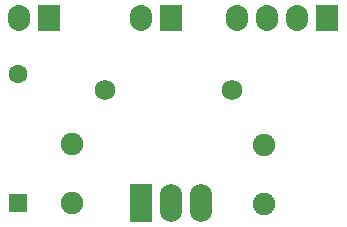
<source format=gbr>
G04*
G04 #@! TF.GenerationSoftware,Altium Limited,Altium Designer,25.8.1 (18)*
G04*
G04 Layer_Color=16711935*
%FSLAX42Y42*%
%MOMM*%
G71*
G04*
G04 #@! TF.SameCoordinates,2F32B27C-ED81-4B25-BD7C-17359FCC7723*
G04*
G04*
G04 #@! TF.FilePolarity,Negative*
G04*
G01*
G75*
%ADD13C,1.90*%
%ADD14O,1.90X2.20*%
%ADD15R,1.90X2.20*%
%ADD16R,1.90X3.20*%
%ADD17O,1.90X3.20*%
%ADD18C,1.60*%
%ADD19R,1.60X1.60*%
%ADD20C,1.73*%
D13*
X7036Y10588D02*
D03*
Y10088D02*
D03*
X5405Y10099D02*
D03*
Y10599D02*
D03*
D14*
X5994Y11659D02*
D03*
X7061Y11660D02*
D03*
X7315D02*
D03*
X6807D02*
D03*
X4963Y11659D02*
D03*
D15*
X6248D02*
D03*
X7569Y11660D02*
D03*
X5217Y11659D02*
D03*
D16*
X5988Y10099D02*
D03*
D17*
X6242D02*
D03*
X6496D02*
D03*
D18*
X4953Y11186D02*
D03*
D19*
Y10099D02*
D03*
D20*
X5683Y11049D02*
D03*
X6763D02*
D03*
M02*

</source>
